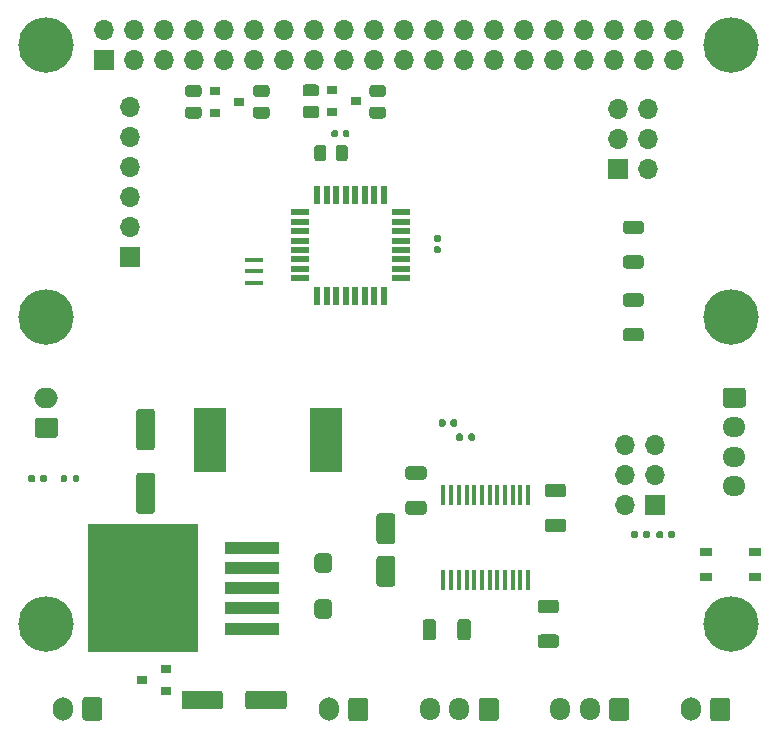
<source format=gbr>
%TF.GenerationSoftware,KiCad,Pcbnew,5.1.10*%
%TF.CreationDate,2021-11-02T21:36:03+05:45*%
%TF.ProjectId,RobotHat,526f626f-7448-4617-942e-6b696361645f,rev?*%
%TF.SameCoordinates,Original*%
%TF.FileFunction,Soldermask,Top*%
%TF.FilePolarity,Negative*%
%FSLAX46Y46*%
G04 Gerber Fmt 4.6, Leading zero omitted, Abs format (unit mm)*
G04 Created by KiCad (PCBNEW 5.1.10) date 2021-11-02 21:36:03*
%MOMM*%
%LPD*%
G01*
G04 APERTURE LIST*
%ADD10R,1.600000X0.300000*%
%ADD11R,0.900000X0.800000*%
%ADD12O,1.950000X1.700000*%
%ADD13R,2.800000X5.400000*%
%ADD14R,1.050000X0.650000*%
%ADD15O,1.700000X1.700000*%
%ADD16R,1.700000X1.700000*%
%ADD17R,0.550000X1.600000*%
%ADD18R,1.600000X0.550000*%
%ADD19C,4.700000*%
%ADD20O,2.000000X1.700000*%
%ADD21R,9.400000X10.800000*%
%ADD22R,4.600000X1.100000*%
%ADD23R,0.450000X1.750000*%
%ADD24O,1.700000X2.000000*%
%ADD25O,1.700000X1.950000*%
G04 APERTURE END LIST*
D10*
%TO.C,Y1*%
X71400000Y-65600000D03*
X71400000Y-64650000D03*
X71400000Y-63700000D03*
%TD*%
D11*
%TO.C,Q3*%
X70100000Y-50300000D03*
X68100000Y-51250000D03*
X68100000Y-49350000D03*
%TD*%
%TO.C,R10*%
G36*
G01*
X65799999Y-50700000D02*
X66700001Y-50700000D01*
G75*
G02*
X66950000Y-50949999I0J-249999D01*
G01*
X66950000Y-51475001D01*
G75*
G02*
X66700001Y-51725000I-249999J0D01*
G01*
X65799999Y-51725000D01*
G75*
G02*
X65550000Y-51475001I0J249999D01*
G01*
X65550000Y-50949999D01*
G75*
G02*
X65799999Y-50700000I249999J0D01*
G01*
G37*
G36*
G01*
X65799999Y-48875000D02*
X66700001Y-48875000D01*
G75*
G02*
X66950000Y-49124999I0J-249999D01*
G01*
X66950000Y-49650001D01*
G75*
G02*
X66700001Y-49900000I-249999J0D01*
G01*
X65799999Y-49900000D01*
G75*
G02*
X65550000Y-49650001I0J249999D01*
G01*
X65550000Y-49124999D01*
G75*
G02*
X65799999Y-48875000I249999J0D01*
G01*
G37*
%TD*%
%TO.C,R9*%
G36*
G01*
X75749999Y-50650000D02*
X76650001Y-50650000D01*
G75*
G02*
X76900000Y-50899999I0J-249999D01*
G01*
X76900000Y-51425001D01*
G75*
G02*
X76650001Y-51675000I-249999J0D01*
G01*
X75749999Y-51675000D01*
G75*
G02*
X75500000Y-51425001I0J249999D01*
G01*
X75500000Y-50899999D01*
G75*
G02*
X75749999Y-50650000I249999J0D01*
G01*
G37*
G36*
G01*
X75749999Y-48825000D02*
X76650001Y-48825000D01*
G75*
G02*
X76900000Y-49074999I0J-249999D01*
G01*
X76900000Y-49600001D01*
G75*
G02*
X76650001Y-49850000I-249999J0D01*
G01*
X75749999Y-49850000D01*
G75*
G02*
X75500000Y-49600001I0J249999D01*
G01*
X75500000Y-49074999D01*
G75*
G02*
X75749999Y-48825000I249999J0D01*
G01*
G37*
%TD*%
%TO.C,R8*%
G36*
G01*
X71549999Y-50700000D02*
X72450001Y-50700000D01*
G75*
G02*
X72700000Y-50949999I0J-249999D01*
G01*
X72700000Y-51475001D01*
G75*
G02*
X72450001Y-51725000I-249999J0D01*
G01*
X71549999Y-51725000D01*
G75*
G02*
X71300000Y-51475001I0J249999D01*
G01*
X71300000Y-50949999D01*
G75*
G02*
X71549999Y-50700000I249999J0D01*
G01*
G37*
G36*
G01*
X71549999Y-48875000D02*
X72450001Y-48875000D01*
G75*
G02*
X72700000Y-49124999I0J-249999D01*
G01*
X72700000Y-49650001D01*
G75*
G02*
X72450001Y-49900000I-249999J0D01*
G01*
X71549999Y-49900000D01*
G75*
G02*
X71300000Y-49650001I0J249999D01*
G01*
X71300000Y-49124999D01*
G75*
G02*
X71549999Y-48875000I249999J0D01*
G01*
G37*
%TD*%
%TO.C,R7*%
G36*
G01*
X81399999Y-50700000D02*
X82300001Y-50700000D01*
G75*
G02*
X82550000Y-50949999I0J-249999D01*
G01*
X82550000Y-51475001D01*
G75*
G02*
X82300001Y-51725000I-249999J0D01*
G01*
X81399999Y-51725000D01*
G75*
G02*
X81150000Y-51475001I0J249999D01*
G01*
X81150000Y-50949999D01*
G75*
G02*
X81399999Y-50700000I249999J0D01*
G01*
G37*
G36*
G01*
X81399999Y-48875000D02*
X82300001Y-48875000D01*
G75*
G02*
X82550000Y-49124999I0J-249999D01*
G01*
X82550000Y-49650001D01*
G75*
G02*
X82300001Y-49900000I-249999J0D01*
G01*
X81399999Y-49900000D01*
G75*
G02*
X81150000Y-49650001I0J249999D01*
G01*
X81150000Y-49124999D01*
G75*
G02*
X81399999Y-48875000I249999J0D01*
G01*
G37*
%TD*%
%TO.C,R3*%
G36*
G01*
X78300000Y-55100001D02*
X78300000Y-54199999D01*
G75*
G02*
X78549999Y-53950000I249999J0D01*
G01*
X79075001Y-53950000D01*
G75*
G02*
X79325000Y-54199999I0J-249999D01*
G01*
X79325000Y-55100001D01*
G75*
G02*
X79075001Y-55350000I-249999J0D01*
G01*
X78549999Y-55350000D01*
G75*
G02*
X78300000Y-55100001I0J249999D01*
G01*
G37*
G36*
G01*
X76475000Y-55100001D02*
X76475000Y-54199999D01*
G75*
G02*
X76724999Y-53950000I249999J0D01*
G01*
X77250001Y-53950000D01*
G75*
G02*
X77500000Y-54199999I0J-249999D01*
G01*
X77500000Y-55100001D01*
G75*
G02*
X77250001Y-55350000I-249999J0D01*
G01*
X76724999Y-55350000D01*
G75*
G02*
X76475000Y-55100001I0J249999D01*
G01*
G37*
%TD*%
D12*
%TO.C,J6*%
X112050000Y-82850000D03*
X112050000Y-80350000D03*
X112050000Y-77850000D03*
G36*
G01*
X111325000Y-74500000D02*
X112775000Y-74500000D01*
G75*
G02*
X113025000Y-74750000I0J-250000D01*
G01*
X113025000Y-75950000D01*
G75*
G02*
X112775000Y-76200000I-250000J0D01*
G01*
X111325000Y-76200000D01*
G75*
G02*
X111075000Y-75950000I0J250000D01*
G01*
X111075000Y-74750000D01*
G75*
G02*
X111325000Y-74500000I250000J0D01*
G01*
G37*
%TD*%
%TO.C,C8*%
G36*
G01*
X83100000Y-87750000D02*
X82000000Y-87750000D01*
G75*
G02*
X81750000Y-87500000I0J250000D01*
G01*
X81750000Y-85400000D01*
G75*
G02*
X82000000Y-85150000I250000J0D01*
G01*
X83100000Y-85150000D01*
G75*
G02*
X83350000Y-85400000I0J-250000D01*
G01*
X83350000Y-87500000D01*
G75*
G02*
X83100000Y-87750000I-250000J0D01*
G01*
G37*
G36*
G01*
X83100000Y-91350000D02*
X82000000Y-91350000D01*
G75*
G02*
X81750000Y-91100000I0J250000D01*
G01*
X81750000Y-89000000D01*
G75*
G02*
X82000000Y-88750000I250000J0D01*
G01*
X83100000Y-88750000D01*
G75*
G02*
X83350000Y-89000000I0J-250000D01*
G01*
X83350000Y-91100000D01*
G75*
G02*
X83100000Y-91350000I-250000J0D01*
G01*
G37*
%TD*%
%TO.C,C5*%
G36*
G01*
X61650000Y-81700000D02*
X62750000Y-81700000D01*
G75*
G02*
X63000000Y-81950000I0J-250000D01*
G01*
X63000000Y-84950000D01*
G75*
G02*
X62750000Y-85200000I-250000J0D01*
G01*
X61650000Y-85200000D01*
G75*
G02*
X61400000Y-84950000I0J250000D01*
G01*
X61400000Y-81950000D01*
G75*
G02*
X61650000Y-81700000I250000J0D01*
G01*
G37*
G36*
G01*
X61650000Y-76300000D02*
X62750000Y-76300000D01*
G75*
G02*
X63000000Y-76550000I0J-250000D01*
G01*
X63000000Y-79550000D01*
G75*
G02*
X62750000Y-79800000I-250000J0D01*
G01*
X61650000Y-79800000D01*
G75*
G02*
X61400000Y-79550000I0J250000D01*
G01*
X61400000Y-76550000D01*
G75*
G02*
X61650000Y-76300000I250000J0D01*
G01*
G37*
%TD*%
%TO.C,C1*%
G36*
G01*
X68750000Y-100400000D02*
X68750000Y-101500000D01*
G75*
G02*
X68500000Y-101750000I-250000J0D01*
G01*
X65500000Y-101750000D01*
G75*
G02*
X65250000Y-101500000I0J250000D01*
G01*
X65250000Y-100400000D01*
G75*
G02*
X65500000Y-100150000I250000J0D01*
G01*
X68500000Y-100150000D01*
G75*
G02*
X68750000Y-100400000I0J-250000D01*
G01*
G37*
G36*
G01*
X74150000Y-100400000D02*
X74150000Y-101500000D01*
G75*
G02*
X73900000Y-101750000I-250000J0D01*
G01*
X70900000Y-101750000D01*
G75*
G02*
X70650000Y-101500000I0J250000D01*
G01*
X70650000Y-100400000D01*
G75*
G02*
X70900000Y-100150000I250000J0D01*
G01*
X73900000Y-100150000D01*
G75*
G02*
X74150000Y-100400000I0J-250000D01*
G01*
G37*
%TD*%
D13*
%TO.C,L1*%
X77450000Y-78900000D03*
X67650000Y-78900000D03*
%TD*%
D11*
%TO.C,Q2*%
X80000000Y-50250000D03*
X78000000Y-51200000D03*
X78000000Y-49300000D03*
%TD*%
D14*
%TO.C,SW1*%
X113800000Y-90525000D03*
X113825000Y-88375000D03*
X109675000Y-90525000D03*
X109675000Y-88375000D03*
%TD*%
%TO.C,R6*%
G36*
G01*
X89060000Y-78515000D02*
X89060000Y-78885000D01*
G75*
G02*
X88925000Y-79020000I-135000J0D01*
G01*
X88655000Y-79020000D01*
G75*
G02*
X88520000Y-78885000I0J135000D01*
G01*
X88520000Y-78515000D01*
G75*
G02*
X88655000Y-78380000I135000J0D01*
G01*
X88925000Y-78380000D01*
G75*
G02*
X89060000Y-78515000I0J-135000D01*
G01*
G37*
G36*
G01*
X90080000Y-78515000D02*
X90080000Y-78885000D01*
G75*
G02*
X89945000Y-79020000I-135000J0D01*
G01*
X89675000Y-79020000D01*
G75*
G02*
X89540000Y-78885000I0J135000D01*
G01*
X89540000Y-78515000D01*
G75*
G02*
X89675000Y-78380000I135000J0D01*
G01*
X89945000Y-78380000D01*
G75*
G02*
X90080000Y-78515000I0J-135000D01*
G01*
G37*
%TD*%
%TO.C,D4*%
G36*
G01*
X87610000Y-77327500D02*
X87610000Y-77672500D01*
G75*
G02*
X87462500Y-77820000I-147500J0D01*
G01*
X87167500Y-77820000D01*
G75*
G02*
X87020000Y-77672500I0J147500D01*
G01*
X87020000Y-77327500D01*
G75*
G02*
X87167500Y-77180000I147500J0D01*
G01*
X87462500Y-77180000D01*
G75*
G02*
X87610000Y-77327500I0J-147500D01*
G01*
G37*
G36*
G01*
X88580000Y-77327500D02*
X88580000Y-77672500D01*
G75*
G02*
X88432500Y-77820000I-147500J0D01*
G01*
X88137500Y-77820000D01*
G75*
G02*
X87990000Y-77672500I0J147500D01*
G01*
X87990000Y-77327500D01*
G75*
G02*
X88137500Y-77180000I147500J0D01*
G01*
X88432500Y-77180000D01*
G75*
G02*
X88580000Y-77327500I0J-147500D01*
G01*
G37*
%TD*%
D15*
%TO.C,J4*%
X102760000Y-79370000D03*
X105300000Y-79370000D03*
X102760000Y-81910000D03*
X105300000Y-81910000D03*
X102760000Y-84450000D03*
D16*
X105300000Y-84450000D03*
%TD*%
D15*
%TO.C,J5*%
X60850000Y-50750000D03*
X60850000Y-53290000D03*
X60850000Y-55830000D03*
X60850000Y-58370000D03*
X60850000Y-60910000D03*
D16*
X60850000Y-63450000D03*
%TD*%
D17*
%TO.C,U1*%
X76750000Y-58200000D03*
X77550000Y-58200000D03*
X78350000Y-58200000D03*
X79150000Y-58200000D03*
X79950000Y-58200000D03*
X80750000Y-58200000D03*
X81550000Y-58200000D03*
X82350000Y-58200000D03*
D18*
X83800000Y-59650000D03*
X83800000Y-60450000D03*
X83800000Y-61250000D03*
X83800000Y-62050000D03*
X83800000Y-62850000D03*
X83800000Y-63650000D03*
X83800000Y-64450000D03*
X83800000Y-65250000D03*
D17*
X82350000Y-66700000D03*
X81550000Y-66700000D03*
X80750000Y-66700000D03*
X79950000Y-66700000D03*
X79150000Y-66700000D03*
X78350000Y-66700000D03*
X77550000Y-66700000D03*
X76750000Y-66700000D03*
D18*
X75300000Y-65250000D03*
X75300000Y-64450000D03*
X75300000Y-63650000D03*
X75300000Y-62850000D03*
X75300000Y-62050000D03*
X75300000Y-61250000D03*
X75300000Y-60450000D03*
X75300000Y-59650000D03*
%TD*%
D11*
%TO.C,Q1*%
X61900000Y-99250000D03*
X63900000Y-98300000D03*
X63900000Y-100200000D03*
%TD*%
%TO.C,D1*%
G36*
G01*
X77630000Y-90190000D02*
X76870000Y-90190000D01*
G75*
G02*
X76490000Y-89810000I0J380000D01*
G01*
X76490000Y-88890000D01*
G75*
G02*
X76870000Y-88510000I380000J0D01*
G01*
X77630000Y-88510000D01*
G75*
G02*
X78010000Y-88890000I0J-380000D01*
G01*
X78010000Y-89810000D01*
G75*
G02*
X77630000Y-90190000I-380000J0D01*
G01*
G37*
G36*
G01*
X77630000Y-94090000D02*
X76870000Y-94090000D01*
G75*
G02*
X76490000Y-93710000I0J380000D01*
G01*
X76490000Y-92790000D01*
G75*
G02*
X76870000Y-92410000I380000J0D01*
G01*
X77630000Y-92410000D01*
G75*
G02*
X78010000Y-92790000I0J-380000D01*
G01*
X78010000Y-93710000D01*
G75*
G02*
X77630000Y-94090000I-380000J0D01*
G01*
G37*
%TD*%
%TO.C,R5*%
G36*
G01*
X55560000Y-82015000D02*
X55560000Y-82385000D01*
G75*
G02*
X55425000Y-82520000I-135000J0D01*
G01*
X55155000Y-82520000D01*
G75*
G02*
X55020000Y-82385000I0J135000D01*
G01*
X55020000Y-82015000D01*
G75*
G02*
X55155000Y-81880000I135000J0D01*
G01*
X55425000Y-81880000D01*
G75*
G02*
X55560000Y-82015000I0J-135000D01*
G01*
G37*
G36*
G01*
X56580000Y-82015000D02*
X56580000Y-82385000D01*
G75*
G02*
X56445000Y-82520000I-135000J0D01*
G01*
X56175000Y-82520000D01*
G75*
G02*
X56040000Y-82385000I0J135000D01*
G01*
X56040000Y-82015000D01*
G75*
G02*
X56175000Y-81880000I135000J0D01*
G01*
X56445000Y-81880000D01*
G75*
G02*
X56580000Y-82015000I0J-135000D01*
G01*
G37*
%TD*%
%TO.C,D3*%
G36*
G01*
X53255000Y-82372500D02*
X53255000Y-82027500D01*
G75*
G02*
X53402500Y-81880000I147500J0D01*
G01*
X53697500Y-81880000D01*
G75*
G02*
X53845000Y-82027500I0J-147500D01*
G01*
X53845000Y-82372500D01*
G75*
G02*
X53697500Y-82520000I-147500J0D01*
G01*
X53402500Y-82520000D01*
G75*
G02*
X53255000Y-82372500I0J147500D01*
G01*
G37*
G36*
G01*
X52285000Y-82372500D02*
X52285000Y-82027500D01*
G75*
G02*
X52432500Y-81880000I147500J0D01*
G01*
X52727500Y-81880000D01*
G75*
G02*
X52875000Y-82027500I0J-147500D01*
G01*
X52875000Y-82372500D01*
G75*
G02*
X52727500Y-82520000I-147500J0D01*
G01*
X52432500Y-82520000D01*
G75*
G02*
X52285000Y-82372500I0J147500D01*
G01*
G37*
%TD*%
%TO.C,C11*%
G36*
G01*
X85750001Y-82300000D02*
X84449999Y-82300000D01*
G75*
G02*
X84200000Y-82050001I0J249999D01*
G01*
X84200000Y-81399999D01*
G75*
G02*
X84449999Y-81150000I249999J0D01*
G01*
X85750001Y-81150000D01*
G75*
G02*
X86000000Y-81399999I0J-249999D01*
G01*
X86000000Y-82050001D01*
G75*
G02*
X85750001Y-82300000I-249999J0D01*
G01*
G37*
G36*
G01*
X85750001Y-85250000D02*
X84449999Y-85250000D01*
G75*
G02*
X84200000Y-85000001I0J249999D01*
G01*
X84200000Y-84349999D01*
G75*
G02*
X84449999Y-84100000I249999J0D01*
G01*
X85750001Y-84100000D01*
G75*
G02*
X86000000Y-84349999I0J-249999D01*
G01*
X86000000Y-85000001D01*
G75*
G02*
X85750001Y-85250000I-249999J0D01*
G01*
G37*
%TD*%
%TO.C,C10*%
G36*
G01*
X95649999Y-95400000D02*
X96950001Y-95400000D01*
G75*
G02*
X97200000Y-95649999I0J-249999D01*
G01*
X97200000Y-96300001D01*
G75*
G02*
X96950001Y-96550000I-249999J0D01*
G01*
X95649999Y-96550000D01*
G75*
G02*
X95400000Y-96300001I0J249999D01*
G01*
X95400000Y-95649999D01*
G75*
G02*
X95649999Y-95400000I249999J0D01*
G01*
G37*
G36*
G01*
X95649999Y-92450000D02*
X96950001Y-92450000D01*
G75*
G02*
X97200000Y-92699999I0J-249999D01*
G01*
X97200000Y-93350001D01*
G75*
G02*
X96950001Y-93600000I-249999J0D01*
G01*
X95649999Y-93600000D01*
G75*
G02*
X95400000Y-93350001I0J249999D01*
G01*
X95400000Y-92699999D01*
G75*
G02*
X95649999Y-92450000I249999J0D01*
G01*
G37*
%TD*%
%TO.C,C9*%
G36*
G01*
X88600000Y-95650001D02*
X88600000Y-94349999D01*
G75*
G02*
X88849999Y-94100000I249999J0D01*
G01*
X89500001Y-94100000D01*
G75*
G02*
X89750000Y-94349999I0J-249999D01*
G01*
X89750000Y-95650001D01*
G75*
G02*
X89500001Y-95900000I-249999J0D01*
G01*
X88849999Y-95900000D01*
G75*
G02*
X88600000Y-95650001I0J249999D01*
G01*
G37*
G36*
G01*
X85650000Y-95650001D02*
X85650000Y-94349999D01*
G75*
G02*
X85899999Y-94100000I249999J0D01*
G01*
X86550001Y-94100000D01*
G75*
G02*
X86800000Y-94349999I0J-249999D01*
G01*
X86800000Y-95650001D01*
G75*
G02*
X86550001Y-95900000I-249999J0D01*
G01*
X85899999Y-95900000D01*
G75*
G02*
X85650000Y-95650001I0J249999D01*
G01*
G37*
%TD*%
%TO.C,C7*%
G36*
G01*
X96249999Y-85600000D02*
X97550001Y-85600000D01*
G75*
G02*
X97800000Y-85849999I0J-249999D01*
G01*
X97800000Y-86500001D01*
G75*
G02*
X97550001Y-86750000I-249999J0D01*
G01*
X96249999Y-86750000D01*
G75*
G02*
X96000000Y-86500001I0J249999D01*
G01*
X96000000Y-85849999D01*
G75*
G02*
X96249999Y-85600000I249999J0D01*
G01*
G37*
G36*
G01*
X96249999Y-82650000D02*
X97550001Y-82650000D01*
G75*
G02*
X97800000Y-82899999I0J-249999D01*
G01*
X97800000Y-83550001D01*
G75*
G02*
X97550001Y-83800000I-249999J0D01*
G01*
X96249999Y-83800000D01*
G75*
G02*
X96000000Y-83550001I0J249999D01*
G01*
X96000000Y-82899999D01*
G75*
G02*
X96249999Y-82650000I249999J0D01*
G01*
G37*
%TD*%
%TO.C,C3*%
G36*
G01*
X78900000Y-53170000D02*
X78900000Y-52830000D01*
G75*
G02*
X79040000Y-52690000I140000J0D01*
G01*
X79320000Y-52690000D01*
G75*
G02*
X79460000Y-52830000I0J-140000D01*
G01*
X79460000Y-53170000D01*
G75*
G02*
X79320000Y-53310000I-140000J0D01*
G01*
X79040000Y-53310000D01*
G75*
G02*
X78900000Y-53170000I0J140000D01*
G01*
G37*
G36*
G01*
X77940000Y-53170000D02*
X77940000Y-52830000D01*
G75*
G02*
X78080000Y-52690000I140000J0D01*
G01*
X78360000Y-52690000D01*
G75*
G02*
X78500000Y-52830000I0J-140000D01*
G01*
X78500000Y-53170000D01*
G75*
G02*
X78360000Y-53310000I-140000J0D01*
G01*
X78080000Y-53310000D01*
G75*
G02*
X77940000Y-53170000I0J140000D01*
G01*
G37*
%TD*%
%TO.C,C6*%
G36*
G01*
X86730000Y-62550000D02*
X87070000Y-62550000D01*
G75*
G02*
X87210000Y-62690000I0J-140000D01*
G01*
X87210000Y-62970000D01*
G75*
G02*
X87070000Y-63110000I-140000J0D01*
G01*
X86730000Y-63110000D01*
G75*
G02*
X86590000Y-62970000I0J140000D01*
G01*
X86590000Y-62690000D01*
G75*
G02*
X86730000Y-62550000I140000J0D01*
G01*
G37*
G36*
G01*
X86730000Y-61590000D02*
X87070000Y-61590000D01*
G75*
G02*
X87210000Y-61730000I0J-140000D01*
G01*
X87210000Y-62010000D01*
G75*
G02*
X87070000Y-62150000I-140000J0D01*
G01*
X86730000Y-62150000D01*
G75*
G02*
X86590000Y-62010000I0J140000D01*
G01*
X86590000Y-61730000D01*
G75*
G02*
X86730000Y-61590000I140000J0D01*
G01*
G37*
%TD*%
D19*
%TO.C,H6*%
X111800000Y-94500000D03*
%TD*%
%TO.C,H5*%
X53800000Y-94500000D03*
%TD*%
D15*
%TO.C,J7*%
X104765000Y-50870000D03*
X102225000Y-50870000D03*
X104765000Y-53410000D03*
X102225000Y-53410000D03*
X104765000Y-55950000D03*
D16*
X102225000Y-55950000D03*
%TD*%
%TO.C,R2*%
G36*
G01*
X102874999Y-63300000D02*
X104125001Y-63300000D01*
G75*
G02*
X104375000Y-63549999I0J-249999D01*
G01*
X104375000Y-64175001D01*
G75*
G02*
X104125001Y-64425000I-249999J0D01*
G01*
X102874999Y-64425000D01*
G75*
G02*
X102625000Y-64175001I0J249999D01*
G01*
X102625000Y-63549999D01*
G75*
G02*
X102874999Y-63300000I249999J0D01*
G01*
G37*
G36*
G01*
X102874999Y-60375000D02*
X104125001Y-60375000D01*
G75*
G02*
X104375000Y-60624999I0J-249999D01*
G01*
X104375000Y-61250001D01*
G75*
G02*
X104125001Y-61500000I-249999J0D01*
G01*
X102874999Y-61500000D01*
G75*
G02*
X102625000Y-61250001I0J249999D01*
G01*
X102625000Y-60624999D01*
G75*
G02*
X102874999Y-60375000I249999J0D01*
G01*
G37*
%TD*%
%TO.C,R1*%
G36*
G01*
X104125001Y-67650000D02*
X102874999Y-67650000D01*
G75*
G02*
X102625000Y-67400001I0J249999D01*
G01*
X102625000Y-66774999D01*
G75*
G02*
X102874999Y-66525000I249999J0D01*
G01*
X104125001Y-66525000D01*
G75*
G02*
X104375000Y-66774999I0J-249999D01*
G01*
X104375000Y-67400001D01*
G75*
G02*
X104125001Y-67650000I-249999J0D01*
G01*
G37*
G36*
G01*
X104125001Y-70575000D02*
X102874999Y-70575000D01*
G75*
G02*
X102625000Y-70325001I0J249999D01*
G01*
X102625000Y-69699999D01*
G75*
G02*
X102874999Y-69450000I249999J0D01*
G01*
X104125001Y-69450000D01*
G75*
G02*
X104375000Y-69699999I0J-249999D01*
G01*
X104375000Y-70325001D01*
G75*
G02*
X104125001Y-70575000I-249999J0D01*
G01*
G37*
%TD*%
D20*
%TO.C,J2*%
X53800000Y-75400000D03*
G36*
G01*
X54550000Y-78750000D02*
X53050000Y-78750000D01*
G75*
G02*
X52800000Y-78500000I0J250000D01*
G01*
X52800000Y-77300000D01*
G75*
G02*
X53050000Y-77050000I250000J0D01*
G01*
X54550000Y-77050000D01*
G75*
G02*
X54800000Y-77300000I0J-250000D01*
G01*
X54800000Y-78500000D01*
G75*
G02*
X54550000Y-78750000I-250000J0D01*
G01*
G37*
%TD*%
D21*
%TO.C,U2*%
X62025000Y-91500000D03*
D22*
X71175000Y-88100000D03*
X71175000Y-89800000D03*
X71175000Y-91500000D03*
X71175000Y-93200000D03*
X71175000Y-94900000D03*
%TD*%
D19*
%TO.C,H4*%
X111800000Y-68500000D03*
%TD*%
%TO.C,H3*%
X111800000Y-45500000D03*
%TD*%
%TO.C,H2*%
X53800000Y-68500000D03*
%TD*%
%TO.C,H1*%
X53800000Y-45500000D03*
%TD*%
D23*
%TO.C,U3*%
X87425000Y-83600000D03*
X88075000Y-83600000D03*
X88725000Y-83600000D03*
X89375000Y-83600000D03*
X90025000Y-83600000D03*
X90675000Y-83600000D03*
X91325000Y-83600000D03*
X91975000Y-83600000D03*
X92625000Y-83600000D03*
X93275000Y-83600000D03*
X93925000Y-83600000D03*
X94575000Y-83600000D03*
X94575000Y-90800000D03*
X93925000Y-90800000D03*
X93275000Y-90800000D03*
X92625000Y-90800000D03*
X91975000Y-90800000D03*
X91325000Y-90800000D03*
X90675000Y-90800000D03*
X90025000Y-90800000D03*
X89375000Y-90800000D03*
X88725000Y-90800000D03*
X88075000Y-90800000D03*
X87425000Y-90800000D03*
%TD*%
%TO.C,R4*%
G36*
G01*
X104340000Y-87135000D02*
X104340000Y-86765000D01*
G75*
G02*
X104475000Y-86630000I135000J0D01*
G01*
X104745000Y-86630000D01*
G75*
G02*
X104880000Y-86765000I0J-135000D01*
G01*
X104880000Y-87135000D01*
G75*
G02*
X104745000Y-87270000I-135000J0D01*
G01*
X104475000Y-87270000D01*
G75*
G02*
X104340000Y-87135000I0J135000D01*
G01*
G37*
G36*
G01*
X103320000Y-87135000D02*
X103320000Y-86765000D01*
G75*
G02*
X103455000Y-86630000I135000J0D01*
G01*
X103725000Y-86630000D01*
G75*
G02*
X103860000Y-86765000I0J-135000D01*
G01*
X103860000Y-87135000D01*
G75*
G02*
X103725000Y-87270000I-135000J0D01*
G01*
X103455000Y-87270000D01*
G75*
G02*
X103320000Y-87135000I0J135000D01*
G01*
G37*
%TD*%
D24*
%TO.C,J11*%
X108350000Y-101750000D03*
G36*
G01*
X111700000Y-101000000D02*
X111700000Y-102500000D01*
G75*
G02*
X111450000Y-102750000I-250000J0D01*
G01*
X110250000Y-102750000D01*
G75*
G02*
X110000000Y-102500000I0J250000D01*
G01*
X110000000Y-101000000D01*
G75*
G02*
X110250000Y-100750000I250000J0D01*
G01*
X111450000Y-100750000D01*
G75*
G02*
X111700000Y-101000000I0J-250000D01*
G01*
G37*
%TD*%
%TO.C,J10*%
X77700000Y-101750000D03*
G36*
G01*
X81050000Y-101000000D02*
X81050000Y-102500000D01*
G75*
G02*
X80800000Y-102750000I-250000J0D01*
G01*
X79600000Y-102750000D01*
G75*
G02*
X79350000Y-102500000I0J250000D01*
G01*
X79350000Y-101000000D01*
G75*
G02*
X79600000Y-100750000I250000J0D01*
G01*
X80800000Y-100750000D01*
G75*
G02*
X81050000Y-101000000I0J-250000D01*
G01*
G37*
%TD*%
D25*
%TO.C,J9*%
X97300000Y-101750000D03*
X99800000Y-101750000D03*
G36*
G01*
X103150000Y-101025000D02*
X103150000Y-102475000D01*
G75*
G02*
X102900000Y-102725000I-250000J0D01*
G01*
X101700000Y-102725000D01*
G75*
G02*
X101450000Y-102475000I0J250000D01*
G01*
X101450000Y-101025000D01*
G75*
G02*
X101700000Y-100775000I250000J0D01*
G01*
X102900000Y-100775000D01*
G75*
G02*
X103150000Y-101025000I0J-250000D01*
G01*
G37*
%TD*%
%TO.C,J8*%
X86250000Y-101750000D03*
X88750000Y-101750000D03*
G36*
G01*
X92100000Y-101025000D02*
X92100000Y-102475000D01*
G75*
G02*
X91850000Y-102725000I-250000J0D01*
G01*
X90650000Y-102725000D01*
G75*
G02*
X90400000Y-102475000I0J250000D01*
G01*
X90400000Y-101025000D01*
G75*
G02*
X90650000Y-100775000I250000J0D01*
G01*
X91850000Y-100775000D01*
G75*
G02*
X92100000Y-101025000I0J-250000D01*
G01*
G37*
%TD*%
D15*
%TO.C,J12*%
X106960000Y-44260000D03*
X106960000Y-46800000D03*
X104420000Y-44260000D03*
X104420000Y-46800000D03*
X101880000Y-44260000D03*
X101880000Y-46800000D03*
X99340000Y-44260000D03*
X99340000Y-46800000D03*
X96800000Y-44260000D03*
X96800000Y-46800000D03*
X94260000Y-44260000D03*
X94260000Y-46800000D03*
X91720000Y-44260000D03*
X91720000Y-46800000D03*
X89180000Y-44260000D03*
X89180000Y-46800000D03*
X86640000Y-44260000D03*
X86640000Y-46800000D03*
X84100000Y-44260000D03*
X84100000Y-46800000D03*
X81560000Y-44260000D03*
X81560000Y-46800000D03*
X79020000Y-44260000D03*
X79020000Y-46800000D03*
X76480000Y-44260000D03*
X76480000Y-46800000D03*
X73940000Y-44260000D03*
X73940000Y-46800000D03*
X71400000Y-44260000D03*
X71400000Y-46800000D03*
X68860000Y-44260000D03*
X68860000Y-46800000D03*
X66320000Y-44260000D03*
X66320000Y-46800000D03*
X63780000Y-44260000D03*
X63780000Y-46800000D03*
X61240000Y-44260000D03*
X61240000Y-46800000D03*
X58700000Y-44260000D03*
D16*
X58700000Y-46800000D03*
%TD*%
D24*
%TO.C,J1*%
X55200000Y-101700000D03*
G36*
G01*
X58550000Y-100950000D02*
X58550000Y-102450000D01*
G75*
G02*
X58300000Y-102700000I-250000J0D01*
G01*
X57100000Y-102700000D01*
G75*
G02*
X56850000Y-102450000I0J250000D01*
G01*
X56850000Y-100950000D01*
G75*
G02*
X57100000Y-100700000I250000J0D01*
G01*
X58300000Y-100700000D01*
G75*
G02*
X58550000Y-100950000I0J-250000D01*
G01*
G37*
%TD*%
%TO.C,D2*%
G36*
G01*
X106045000Y-86777500D02*
X106045000Y-87122500D01*
G75*
G02*
X105897500Y-87270000I-147500J0D01*
G01*
X105602500Y-87270000D01*
G75*
G02*
X105455000Y-87122500I0J147500D01*
G01*
X105455000Y-86777500D01*
G75*
G02*
X105602500Y-86630000I147500J0D01*
G01*
X105897500Y-86630000D01*
G75*
G02*
X106045000Y-86777500I0J-147500D01*
G01*
G37*
G36*
G01*
X107015000Y-86777500D02*
X107015000Y-87122500D01*
G75*
G02*
X106867500Y-87270000I-147500J0D01*
G01*
X106572500Y-87270000D01*
G75*
G02*
X106425000Y-87122500I0J147500D01*
G01*
X106425000Y-86777500D01*
G75*
G02*
X106572500Y-86630000I147500J0D01*
G01*
X106867500Y-86630000D01*
G75*
G02*
X107015000Y-86777500I0J-147500D01*
G01*
G37*
%TD*%
M02*

</source>
